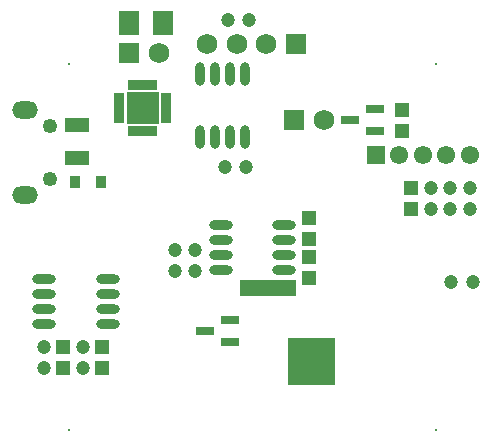
<source format=gbs>
%FSTAX23Y23*%
%MOIN*%
%SFA1B1*%

%IPPOS*%
%ADD44R,0.061020X0.061020*%
%ADD45C,0.061020*%
%ADD69R,0.066930X0.078740*%
%ADD70R,0.047240X0.047240*%
%ADD71C,0.047240*%
%ADD77R,0.078740X0.047240*%
%ADD81R,0.032680X0.040550*%
%ADD85O,0.086610X0.057090*%
%ADD86C,0.049210*%
%ADD87C,0.007870*%
%ADD88R,0.068900X0.068900*%
%ADD89C,0.068900*%
%ADD90R,0.187010X0.055120*%
%ADD91R,0.036610X0.019690*%
%ADD92R,0.019690X0.036610*%
%ADD93R,0.106300X0.106300*%
%ADD94R,0.062990X0.031500*%
%ADD95O,0.077950X0.031500*%
%ADD96O,0.031500X0.077950*%
%ADD97R,0.011810X0.011810*%
%LNstepperpcb-1*%
%LPD*%
G36*
X01102Y00366D02*
X00944D01*
Y00523*
X01102*
Y00366*
G37*
G54D44*
X01237Y01135D03*
G54D45*
X01473Y01135D03*
X01395D03*
X01316D03*
X01552D03*
G54D69*
X00529Y01575D03*
X00415D03*
G54D70*
X01015Y00925D03*
Y00854D03*
Y00724D03*
Y00795D03*
X01325Y01214D03*
Y01285D03*
X00195Y00495D03*
Y00424D03*
X00325D03*
Y00495D03*
X01355Y01025D03*
Y00954D03*
G54D71*
X0155Y01025D03*
Y00954D03*
X01489Y0071D03*
X0156D03*
X0013Y00495D03*
Y00424D03*
X00568Y00746D03*
Y00817D03*
X00634D03*
Y00746D03*
X00805Y01095D03*
X00734D03*
X00815Y01585D03*
X00744D03*
X0026Y00424D03*
Y00495D03*
X01485Y01025D03*
Y00954D03*
X0142D03*
Y01025D03*
G54D77*
X0024Y01235D03*
Y01124D03*
G54D81*
X00323Y01045D03*
X00236D03*
G54D85*
X00067Y01D03*
Y01282D03*
G54D86*
X00152Y01229D03*
Y01054D03*
G54D87*
X01437Y00216D03*
X00216D03*
Y01437D03*
X01437D03*
G54D88*
X00965Y0125D03*
X00971Y01505D03*
X00415Y01475D03*
G54D89*
X01065Y0125D03*
X00873Y01505D03*
X00775D03*
X00676D03*
X00515Y01475D03*
G54D90*
X00879Y0069D03*
G54D91*
X00382Y0125D03*
Y0127D03*
Y0129D03*
Y01309D03*
Y01329D03*
X00537D03*
Y01309D03*
Y0129D03*
Y0127D03*
Y0125D03*
G54D92*
X0042Y01367D03*
X0044D03*
X0046D03*
X00479D03*
X00499D03*
Y01212D03*
X00479D03*
X0046D03*
X0044D03*
X0042D03*
G54D93*
X0046Y0129D03*
G54D94*
X00667Y00547D03*
X0075Y0051D03*
Y00585D03*
X01235Y01212D03*
Y01287D03*
X01152Y0125D03*
G54D95*
X00933Y00751D03*
Y00851D03*
Y00801D03*
Y00901D03*
X0072Y00751D03*
Y00801D03*
Y00851D03*
Y00901D03*
X00133Y0057D03*
Y0062D03*
Y0072D03*
Y0067D03*
X00346Y0057D03*
Y0067D03*
Y0062D03*
Y0072D03*
G54D96*
X0065Y01192D03*
X007D03*
X0075D03*
X008D03*
X0065Y01405D03*
X0075D03*
X007D03*
X008D03*
G54D97*
X00809Y0069D03*
X0088D03*
X00946D03*
M02*
</source>
